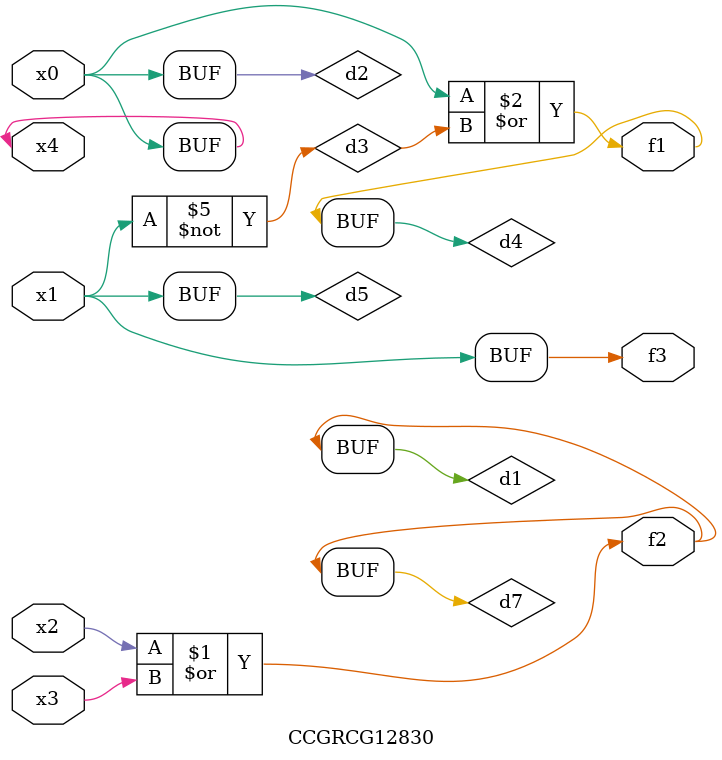
<source format=v>
module CCGRCG12830(
	input x0, x1, x2, x3, x4,
	output f1, f2, f3
);

	wire d1, d2, d3, d4, d5, d6, d7;

	or (d1, x2, x3);
	buf (d2, x0, x4);
	not (d3, x1);
	or (d4, d2, d3);
	not (d5, d3);
	nand (d6, d1, d3);
	or (d7, d1);
	assign f1 = d4;
	assign f2 = d7;
	assign f3 = d5;
endmodule

</source>
